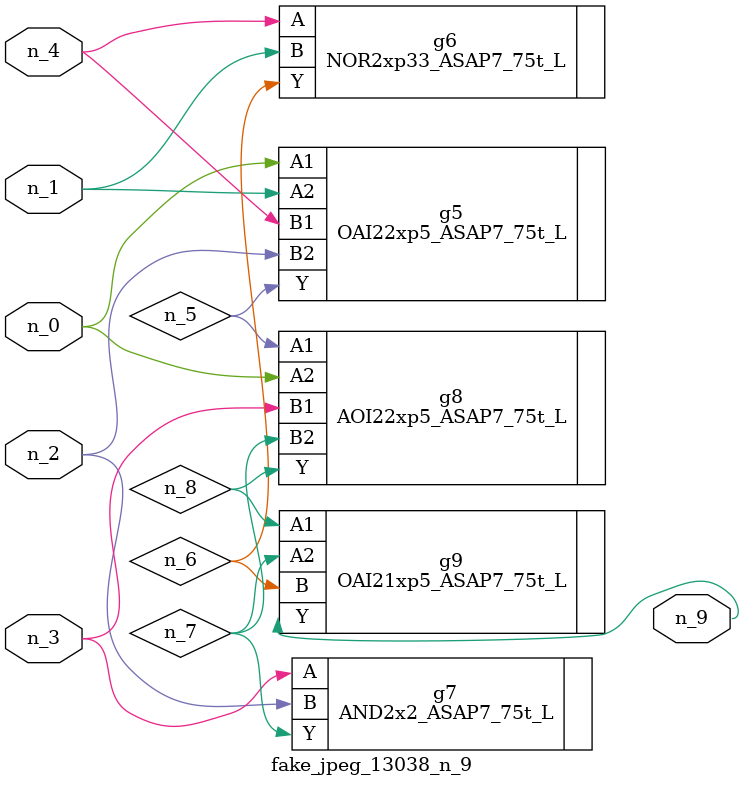
<source format=v>
module fake_jpeg_13038_n_9 (n_3, n_2, n_1, n_0, n_4, n_9);

input n_3;
input n_2;
input n_1;
input n_0;
input n_4;

output n_9;

wire n_8;
wire n_6;
wire n_5;
wire n_7;

OAI22xp5_ASAP7_75t_L g5 ( 
.A1(n_0),
.A2(n_1),
.B1(n_4),
.B2(n_2),
.Y(n_5)
);

NOR2xp33_ASAP7_75t_L g6 ( 
.A(n_4),
.B(n_1),
.Y(n_6)
);

AND2x2_ASAP7_75t_L g7 ( 
.A(n_3),
.B(n_2),
.Y(n_7)
);

AOI22xp5_ASAP7_75t_L g8 ( 
.A1(n_5),
.A2(n_0),
.B1(n_3),
.B2(n_7),
.Y(n_8)
);

OAI21xp5_ASAP7_75t_L g9 ( 
.A1(n_8),
.A2(n_7),
.B(n_6),
.Y(n_9)
);


endmodule
</source>
